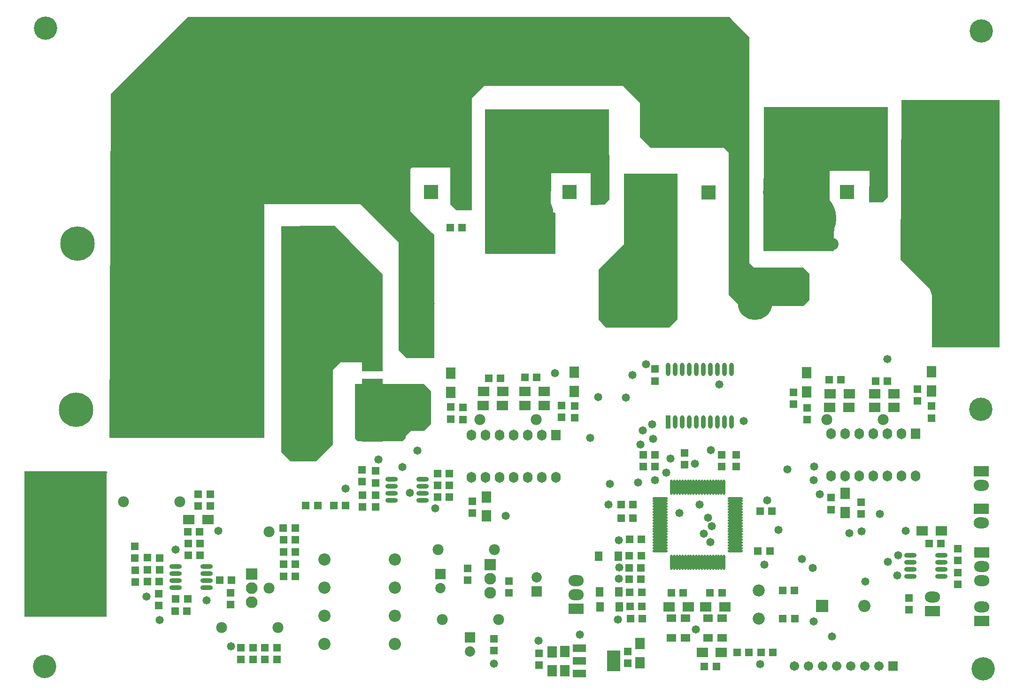
<source format=gts>
%FSLAX25Y25*%
%MOIN*%
G70*
G01*
G75*
G04 Layer_Color=8388736*
%ADD10R,0.05000X0.05000*%
%ADD11R,0.07520X0.05903*%
%ADD12O,0.08000X0.02400*%
%ADD13R,0.05000X0.05000*%
%ADD14O,0.10039X0.01000*%
%ADD15O,0.01000X0.10039*%
%ADD16R,0.05000X0.06000*%
%ADD17R,0.08800X0.14200*%
%ADD18R,0.08800X0.04800*%
%ADD19R,0.05903X0.07520*%
%ADD20R,0.06000X0.05000*%
%ADD21R,0.02400X0.08600*%
%ADD22O,0.02400X0.08600*%
%ADD23C,0.05000*%
%ADD24C,0.01000*%
%ADD25C,0.01500*%
%ADD26C,0.02000*%
%ADD27C,0.03000*%
%ADD28C,0.07874*%
%ADD29R,0.23622X0.23622*%
%ADD30C,0.23622*%
%ADD31C,0.39370*%
%ADD32O,0.10000X0.07000*%
%ADD33R,0.10000X0.07000*%
%ADD34C,0.07000*%
%ADD35R,0.06500X0.06500*%
%ADD36C,0.06500*%
%ADD37C,0.07500*%
%ADD38R,0.07500X0.07500*%
%ADD39C,0.15748*%
%ADD40C,0.05906*%
%ADD41R,0.05906X0.05906*%
%ADD42C,0.07873*%
%ADD43R,0.07873X0.07873*%
%ADD44R,0.13780X0.13780*%
%ADD45O,0.06000X0.07000*%
%ADD46R,0.06000X0.07000*%
%ADD47C,0.09200*%
%ADD48R,0.09200X0.09200*%
%ADD49C,0.05000*%
%ADD50C,0.02362*%
%ADD51C,0.00984*%
%ADD52C,0.00800*%
%ADD53C,0.00600*%
%ADD54C,0.00787*%
%ADD55C,0.00500*%
%ADD56R,0.05700X0.04000*%
%ADD57R,0.02100X0.01300*%
%ADD58R,0.01000X0.01000*%
%ADD59R,0.03900X0.01800*%
%ADD60R,0.03600X0.01600*%
%ADD61R,0.02700X0.01200*%
%ADD62R,0.02100X0.01100*%
%ADD63R,0.06100X0.03400*%
%ADD64R,0.01100X0.01500*%
%ADD65R,0.01100X0.00800*%
%ADD66R,0.04900X0.02100*%
%ADD67R,0.03600X0.01700*%
%ADD68R,0.01900X0.01300*%
%ADD69R,0.01800X0.01900*%
%ADD70R,0.01600X0.01300*%
%ADD71R,0.05800X0.05800*%
%ADD72R,0.08320X0.06703*%
%ADD73O,0.08800X0.03200*%
%ADD74R,0.05800X0.05800*%
%ADD75O,0.10839X0.01800*%
%ADD76O,0.01800X0.10839*%
%ADD77R,0.05800X0.06800*%
%ADD78R,0.09600X0.15000*%
%ADD79R,0.09600X0.05600*%
%ADD80R,0.06703X0.08320*%
%ADD81R,0.06800X0.05800*%
%ADD82R,0.03200X0.09400*%
%ADD83O,0.03200X0.09400*%
%ADD84C,0.08674*%
%ADD85R,0.24422X0.24422*%
%ADD86C,0.24422*%
%ADD87C,0.40170*%
%ADD88O,0.10800X0.07800*%
%ADD89R,0.10800X0.07800*%
%ADD90C,0.08600*%
%ADD91C,0.07800*%
%ADD92R,0.07300X0.07300*%
%ADD93C,0.07300*%
%ADD94C,0.08300*%
%ADD95R,0.08300X0.08300*%
%ADD96C,0.16548*%
%ADD97C,0.06706*%
%ADD98R,0.06706X0.06706*%
%ADD99C,0.08673*%
%ADD100R,0.08673X0.08673*%
%ADD101R,0.14579X0.14579*%
%ADD102O,0.06800X0.07800*%
%ADD103R,0.06800X0.07800*%
%ADD104C,0.10000*%
%ADD105R,0.10000X0.10000*%
%ADD106C,0.05800*%
G36*
X5208500Y2494900D02*
Y2493700D01*
Y2471700D01*
X5208400Y2471600D01*
X5203400Y2466600D01*
X5194100D01*
X5193800Y2466300D01*
X5190400Y2462900D01*
Y2461500D01*
X5188600Y2459700D01*
X5188200Y2459300D01*
X5156300D01*
X5154600Y2461000D01*
X5154400Y2461200D01*
Y2499900D01*
X5203500D01*
X5208500Y2494900D01*
D02*
G37*
G36*
X5612050Y2701400D02*
X5611950Y2525900D01*
X5564050D01*
X5563950Y2562400D01*
X5562750Y2567000D01*
X5541750Y2588300D01*
X5542450Y2701600D01*
X5612050Y2701400D01*
D02*
G37*
G36*
X4978800Y2437300D02*
X4978200Y2436700D01*
Y2379100D01*
Y2334800D01*
X4978000Y2334600D01*
X4977800Y2334400D01*
X4919700D01*
Y2438000D01*
X4978100D01*
X4978800Y2437300D01*
D02*
G37*
G36*
X5150700Y2601300D02*
X5174100Y2577900D01*
Y2573100D01*
Y2518500D01*
X5173100Y2517500D01*
X5170900Y2515300D01*
X5144300D01*
X5143200Y2514200D01*
X5138800Y2509800D01*
Y2462700D01*
Y2457000D01*
X5127100Y2445300D01*
X5126800Y2445000D01*
X5108500D01*
X5102000Y2451500D01*
Y2611500D01*
X5101960Y2611540D01*
X5102150Y2612002D01*
X5128700Y2612100D01*
X5139900D01*
X5150700Y2601300D01*
D02*
G37*
G36*
X5334970Y2630772D02*
X5331655Y2627054D01*
X5321956Y2627002D01*
X5321603Y2627356D01*
X5321800Y2649400D01*
X5293700Y2649500D01*
X5293500Y2624300D01*
X5293470Y2621472D01*
X5296515D01*
X5296867Y2621117D01*
X5296670Y2592272D01*
X5247039Y2592350D01*
X5246686Y2592704D01*
X5246870Y2694772D01*
X5334770D01*
X5334970Y2630772D01*
D02*
G37*
G36*
X5532800Y2632600D02*
X5529485Y2628882D01*
X5519786Y2628830D01*
X5519433Y2629184D01*
X5519630Y2651228D01*
X5491530Y2651328D01*
X5491330Y2626128D01*
X5491300Y2623300D01*
X5494345D01*
X5494698Y2622945D01*
X5494500Y2594100D01*
X5444869Y2594178D01*
X5444516Y2594532D01*
X5444700Y2696600D01*
X5532600D01*
X5532800Y2632600D01*
D02*
G37*
G36*
X5383500Y2649200D02*
X5383500D01*
Y2545800D01*
X5382500Y2544800D01*
X5377700Y2540000D01*
X5332700D01*
X5329800Y2542900D01*
X5327300Y2545400D01*
Y2565900D01*
Y2581300D01*
X5335700Y2589700D01*
X5345300Y2599300D01*
Y2649300D01*
X5383500D01*
Y2649200D01*
D02*
G37*
G36*
X5422100Y2758600D02*
X5434400Y2746300D01*
Y2603000D01*
Y2585900D01*
X5437700Y2582600D01*
X5472700D01*
X5475400Y2579900D01*
X5477200Y2578100D01*
Y2567200D01*
Y2559700D01*
X5473900Y2556400D01*
X5472700Y2555200D01*
X5427800D01*
X5424200Y2558800D01*
X5419700Y2563300D01*
Y2630400D01*
Y2664100D01*
X5419400Y2664400D01*
X5416100Y2667700D01*
X5364300D01*
X5362800Y2669200D01*
X5356800Y2675200D01*
Y2678000D01*
Y2699300D01*
X5355000Y2701100D01*
X5344400Y2711700D01*
X5246200D01*
X5238300Y2703800D01*
X5237400Y2702900D01*
Y2623200D01*
X5226300D01*
X5226000Y2623500D01*
X5222000Y2627500D01*
Y2627700D01*
Y2653000D01*
X5222138Y2653138D01*
X5222138D01*
Y2653138D01*
D01*
X5222138D01*
Y2653138D01*
X5222300Y2653300D01*
X5222000Y2653600D01*
X5221947D01*
Y2653600D01*
Y2653600D01*
X5194700D01*
X5194400Y2653300D01*
X5193800Y2652700D01*
Y2635500D01*
Y2622600D01*
X5209100Y2607300D01*
X5210600Y2605800D01*
Y2518200D01*
X5191000D01*
X5186800Y2522400D01*
X5185300Y2523900D01*
Y2546500D01*
Y2600600D01*
X5158200Y2627700D01*
X5090300D01*
X5089700Y2627100D01*
X5090000Y2626800D01*
Y2510100D01*
Y2461500D01*
X4980454D01*
X4980101Y2461854D01*
X4981000Y2705700D01*
X5035700Y2760400D01*
X5420300D01*
X5422100Y2758600D01*
D02*
G37*
D71*
X5499500Y2503000D02*
D03*
X5491100D02*
D03*
X5562100Y2386600D02*
D03*
X5570500D02*
D03*
X5448900Y2381200D02*
D03*
X5440500D02*
D03*
X5450300Y2409400D02*
D03*
X5441900D02*
D03*
X5343400Y2404500D02*
D03*
X5351800D02*
D03*
X5442700Y2309100D02*
D03*
X5451100D02*
D03*
X5410900Y2299200D02*
D03*
X5402500D02*
D03*
X5357600Y2377900D02*
D03*
X5349200D02*
D03*
X5349000Y2369200D02*
D03*
X5357400D02*
D03*
X5387400Y2351600D02*
D03*
X5379000D02*
D03*
X5358200Y2341900D02*
D03*
X5349800D02*
D03*
X5350100Y2333300D02*
D03*
X5358500D02*
D03*
X5283400Y2504500D02*
D03*
X5275000D02*
D03*
X5257800Y2504000D02*
D03*
X5249400D02*
D03*
X5221300Y2419500D02*
D03*
X5212900D02*
D03*
Y2427900D02*
D03*
X5221300D02*
D03*
Y2436200D02*
D03*
X5212900D02*
D03*
X5147700Y2413700D02*
D03*
X5139300D02*
D03*
X5127900Y2413600D02*
D03*
X5119500D02*
D03*
X5103500Y2397700D02*
D03*
X5111900D02*
D03*
X5112000Y2389100D02*
D03*
X5103600D02*
D03*
X5112000Y2380700D02*
D03*
X5103600D02*
D03*
X5112000Y2371900D02*
D03*
X5103600D02*
D03*
X5112100Y2363100D02*
D03*
X5103700D02*
D03*
X5035700Y2395000D02*
D03*
X5044100D02*
D03*
X5044300Y2386600D02*
D03*
X5035900D02*
D03*
X5044300Y2378200D02*
D03*
X5035900D02*
D03*
X5066700Y2360500D02*
D03*
X5058300D02*
D03*
X5027200Y2347300D02*
D03*
X5035600D02*
D03*
X5006900Y2359500D02*
D03*
X5015300D02*
D03*
X5026800Y2338500D02*
D03*
X5035200D02*
D03*
X5357900Y2352000D02*
D03*
X5349500D02*
D03*
X5349100Y2361200D02*
D03*
X5357500D02*
D03*
X5425700Y2309200D02*
D03*
X5434100D02*
D03*
X5343300Y2414200D02*
D03*
X5351700D02*
D03*
X5349400Y2389500D02*
D03*
X5357800D02*
D03*
X5414900Y2351700D02*
D03*
X5406500D02*
D03*
X5466400Y2353300D02*
D03*
X5458000D02*
D03*
X5466600Y2333100D02*
D03*
X5458200D02*
D03*
X5532400Y2502000D02*
D03*
X5524000D02*
D03*
X5222100Y2610900D02*
D03*
X5230500D02*
D03*
D72*
X5570600Y2395500D02*
D03*
X5557000D02*
D03*
X5414500Y2309200D02*
D03*
X5400900D02*
D03*
X5245700Y2494500D02*
D03*
X5259300D02*
D03*
X5036400Y2403600D02*
D03*
X5050000D02*
D03*
X5416900Y2341700D02*
D03*
X5403300D02*
D03*
X5391000Y2341600D02*
D03*
X5377400D02*
D03*
X5491400Y2483200D02*
D03*
X5505000D02*
D03*
X5245400Y2484500D02*
D03*
X5259000D02*
D03*
X5523400Y2483200D02*
D03*
X5537000D02*
D03*
X5523500Y2493000D02*
D03*
X5537100D02*
D03*
X5275000Y2494500D02*
D03*
X5288600D02*
D03*
X5275000Y2484500D02*
D03*
X5288600D02*
D03*
X5491700Y2492800D02*
D03*
X5505300D02*
D03*
D73*
X5570700Y2378300D02*
D03*
Y2373300D02*
D03*
Y2368300D02*
D03*
X5548700Y2363300D02*
D03*
Y2368300D02*
D03*
Y2373300D02*
D03*
Y2378300D02*
D03*
X5570700Y2363300D02*
D03*
X5202400Y2417300D02*
D03*
Y2422300D02*
D03*
Y2427300D02*
D03*
X5180400Y2432300D02*
D03*
Y2427300D02*
D03*
Y2422300D02*
D03*
Y2417300D02*
D03*
X5202400Y2432300D02*
D03*
X5049214Y2370281D02*
D03*
Y2365281D02*
D03*
Y2360281D02*
D03*
X5027214Y2355281D02*
D03*
Y2360281D02*
D03*
Y2365281D02*
D03*
Y2370281D02*
D03*
X5049214Y2355281D02*
D03*
D74*
X5582300Y2357500D02*
D03*
Y2365900D02*
D03*
X5547800Y2348000D02*
D03*
Y2339600D02*
D03*
X5388300Y2442400D02*
D03*
Y2450800D02*
D03*
X5359100Y2441300D02*
D03*
Y2449700D02*
D03*
X5367400Y2441300D02*
D03*
Y2449700D02*
D03*
X5348000Y2309900D02*
D03*
Y2301500D02*
D03*
X5285100Y2308500D02*
D03*
Y2300100D02*
D03*
X5253000Y2319000D02*
D03*
Y2310600D02*
D03*
X5234500Y2368900D02*
D03*
Y2360500D02*
D03*
X5263600Y2351400D02*
D03*
Y2359800D02*
D03*
X5168900Y2438100D02*
D03*
Y2429700D02*
D03*
X5159500Y2430400D02*
D03*
Y2438800D02*
D03*
X5159700Y2420900D02*
D03*
Y2412500D02*
D03*
X5168900Y2420800D02*
D03*
Y2412400D02*
D03*
X5066000Y2351700D02*
D03*
Y2343300D02*
D03*
X5099000Y2312600D02*
D03*
Y2304200D02*
D03*
X5090500Y2312500D02*
D03*
Y2304100D02*
D03*
X5082000Y2312600D02*
D03*
Y2304200D02*
D03*
X5073500Y2312500D02*
D03*
Y2304100D02*
D03*
X5015200Y2350800D02*
D03*
Y2342400D02*
D03*
X5015700Y2376200D02*
D03*
Y2367800D02*
D03*
X5007200Y2368000D02*
D03*
Y2376400D02*
D03*
X4998300Y2359200D02*
D03*
Y2367600D02*
D03*
X4998100Y2376300D02*
D03*
Y2384700D02*
D03*
X5051800Y2421700D02*
D03*
Y2413300D02*
D03*
X5043200Y2421600D02*
D03*
Y2413200D02*
D03*
X5582300Y2374500D02*
D03*
Y2382900D02*
D03*
X5414600Y2449500D02*
D03*
Y2441100D02*
D03*
X5424900Y2441200D02*
D03*
Y2449600D02*
D03*
X5513700Y2407400D02*
D03*
Y2415800D02*
D03*
X5367300Y2502000D02*
D03*
Y2510400D02*
D03*
X5492400Y2410700D02*
D03*
Y2419100D02*
D03*
X5237800Y2408100D02*
D03*
Y2416500D02*
D03*
X5553800Y2496200D02*
D03*
Y2487800D02*
D03*
X5465600Y2494000D02*
D03*
Y2485600D02*
D03*
X5230900Y2474700D02*
D03*
Y2483100D02*
D03*
X5300900Y2476100D02*
D03*
Y2484500D02*
D03*
X5310400Y2475800D02*
D03*
Y2484200D02*
D03*
X5222300Y2475000D02*
D03*
Y2483400D02*
D03*
X5475500Y2482900D02*
D03*
Y2474500D02*
D03*
X5563800Y2484100D02*
D03*
Y2475700D02*
D03*
D75*
X5371106Y2381272D02*
D03*
Y2383241D02*
D03*
Y2385209D02*
D03*
Y2387178D02*
D03*
Y2389146D02*
D03*
Y2391115D02*
D03*
Y2393083D02*
D03*
Y2395052D02*
D03*
Y2397020D02*
D03*
Y2398989D02*
D03*
Y2400957D02*
D03*
Y2402926D02*
D03*
Y2404894D02*
D03*
Y2406863D02*
D03*
Y2408831D02*
D03*
Y2410800D02*
D03*
Y2412768D02*
D03*
Y2414737D02*
D03*
Y2416705D02*
D03*
Y2418674D02*
D03*
X5424452D02*
D03*
Y2416705D02*
D03*
Y2414737D02*
D03*
Y2412768D02*
D03*
Y2410800D02*
D03*
Y2408831D02*
D03*
Y2406863D02*
D03*
Y2404894D02*
D03*
Y2402926D02*
D03*
Y2400957D02*
D03*
Y2398989D02*
D03*
Y2397020D02*
D03*
Y2395052D02*
D03*
Y2393083D02*
D03*
Y2391115D02*
D03*
Y2389146D02*
D03*
Y2387178D02*
D03*
Y2385209D02*
D03*
Y2383241D02*
D03*
Y2381272D02*
D03*
D76*
X5379078Y2426646D02*
D03*
X5381047D02*
D03*
X5383015D02*
D03*
X5384983D02*
D03*
X5386952D02*
D03*
X5388921D02*
D03*
X5390889D02*
D03*
X5392858D02*
D03*
X5394826D02*
D03*
X5396795D02*
D03*
X5398763D02*
D03*
X5400732D02*
D03*
X5402700D02*
D03*
X5404668D02*
D03*
X5406637D02*
D03*
X5408606D02*
D03*
X5410574D02*
D03*
X5412543D02*
D03*
X5414511D02*
D03*
X5416479D02*
D03*
Y2373300D02*
D03*
X5414511D02*
D03*
X5412543D02*
D03*
X5410574D02*
D03*
X5408606D02*
D03*
X5406637D02*
D03*
X5404668D02*
D03*
X5402700D02*
D03*
X5400732D02*
D03*
X5398763D02*
D03*
X5396795D02*
D03*
X5394826D02*
D03*
X5392858D02*
D03*
X5390889D02*
D03*
X5388921D02*
D03*
X5386952D02*
D03*
X5384983D02*
D03*
X5383015D02*
D03*
X5381047D02*
D03*
X5379078D02*
D03*
D77*
X5328100Y2352100D02*
D03*
X5341880D02*
D03*
X5328320Y2341700D02*
D03*
X5342100D02*
D03*
X5327520Y2377700D02*
D03*
X5341300D02*
D03*
D78*
X5338200Y2303100D02*
D03*
D79*
X5313800Y2294100D02*
D03*
Y2303100D02*
D03*
Y2312100D02*
D03*
D80*
X5303300Y2309900D02*
D03*
Y2296300D02*
D03*
X5294300Y2309700D02*
D03*
Y2296100D02*
D03*
X5356700Y2315500D02*
D03*
Y2301900D02*
D03*
X5563800Y2494900D02*
D03*
Y2508500D02*
D03*
X5474900Y2494200D02*
D03*
Y2507800D02*
D03*
X5222300Y2493800D02*
D03*
Y2507400D02*
D03*
X5310100Y2494600D02*
D03*
Y2508200D02*
D03*
X5502400Y2422300D02*
D03*
Y2408700D02*
D03*
X5247800Y2419700D02*
D03*
Y2406100D02*
D03*
D81*
X5379000Y2333380D02*
D03*
Y2319600D02*
D03*
X5404900Y2333479D02*
D03*
Y2319700D02*
D03*
X5414900Y2333479D02*
D03*
Y2319700D02*
D03*
X5389000Y2333380D02*
D03*
Y2319600D02*
D03*
D82*
X5376700Y2472800D02*
D03*
D83*
X5381700D02*
D03*
X5386700D02*
D03*
X5391700D02*
D03*
X5396700D02*
D03*
X5401700D02*
D03*
X5406700D02*
D03*
X5411700D02*
D03*
X5416700D02*
D03*
X5421700D02*
D03*
Y2510300D02*
D03*
X5416700D02*
D03*
X5411700D02*
D03*
X5406700D02*
D03*
X5401700D02*
D03*
X5396700D02*
D03*
X5391700D02*
D03*
X5386700D02*
D03*
X5381700D02*
D03*
X5376700D02*
D03*
D84*
X5166000Y2564200D02*
D03*
X5153000Y2570200D02*
D03*
X5116000Y2577200D02*
D03*
X5136500Y2568200D02*
D03*
X5150500Y2551200D02*
D03*
X5168000Y2531700D02*
D03*
X5150500Y2526700D02*
D03*
X5137500Y2538700D02*
D03*
X5125500Y2550700D02*
D03*
X5114500Y2563200D02*
D03*
X5113500Y2543700D02*
D03*
X5131000Y2523200D02*
D03*
X5113500D02*
D03*
X5132000Y2494200D02*
D03*
X5129000Y2507200D02*
D03*
X5112500Y2506200D02*
D03*
X5128500Y2464200D02*
D03*
X5114500Y2461100D02*
D03*
X5360300Y2545800D02*
D03*
X5368500Y2555000D02*
D03*
X5372200Y2571000D02*
D03*
X5355700Y2573300D02*
D03*
X5338300D02*
D03*
X5343800Y2586500D02*
D03*
X5355300Y2590700D02*
D03*
X5371300Y2586500D02*
D03*
X5367200Y2604800D02*
D03*
X5353000Y2610800D02*
D03*
X5361200Y2619500D02*
D03*
X5374900D02*
D03*
X5376300Y2637300D02*
D03*
X5363900Y2636400D02*
D03*
X5011900Y2528900D02*
D03*
X5010900Y2546100D02*
D03*
X5014400Y2563700D02*
D03*
X5034400Y2565600D02*
D03*
X5054500Y2566100D02*
D03*
X5065200Y2552400D02*
D03*
Y2538200D02*
D03*
Y2523100D02*
D03*
X5058900Y2512800D02*
D03*
X5039800Y2511800D02*
D03*
X5022200D02*
D03*
X5007500Y2512300D02*
D03*
X5190300Y2483200D02*
D03*
X5180800Y2464100D02*
D03*
X5187000Y2472600D02*
D03*
X5199300Y2479300D02*
D03*
X5195400Y2491100D02*
D03*
X5182500Y2490000D02*
D03*
X5174000Y2481600D02*
D03*
X5160000D02*
D03*
X4971500Y2370700D02*
D03*
X4967600Y2394400D02*
D03*
X4924300Y2386500D02*
D03*
X4930500Y2430900D02*
D03*
X4954100D02*
D03*
X4971000Y2419700D02*
D03*
X4962000Y2382600D02*
D03*
X4938900Y2377500D02*
D03*
X4929900Y2365100D02*
D03*
X4947900Y2361200D02*
D03*
X4963700Y2358900D02*
D03*
X4963100Y2344300D02*
D03*
X4949000Y2346000D02*
D03*
X4929900Y2345400D02*
D03*
X5292100Y2598000D02*
D03*
X5255600Y2597400D02*
D03*
X5281500Y2646400D02*
D03*
X5259500Y2650900D02*
D03*
X5271300Y2659300D02*
D03*
X5297200Y2662100D02*
D03*
X5322000Y2663200D02*
D03*
X5308500Y2679500D02*
D03*
X5286500D02*
D03*
X5262300D02*
D03*
X5525600Y2671700D02*
D03*
X5492900Y2659300D02*
D03*
X5516600Y2657600D02*
D03*
X5501400Y2669400D02*
D03*
X5513200Y2684000D02*
D03*
X5482800Y2680700D02*
D03*
X5484500Y2643500D02*
D03*
X5493500Y2599100D02*
D03*
X5454100Y2601400D02*
D03*
X5471600Y2666000D02*
D03*
X5455300Y2684000D02*
D03*
X5454700Y2660400D02*
D03*
X5462000Y2646400D02*
D03*
X5575800Y2629200D02*
D03*
X5587500Y2619000D02*
D03*
X5573700Y2603100D02*
D03*
X5563000Y2620000D02*
D03*
X5554300Y2598500D02*
D03*
X5565600Y2583200D02*
D03*
X5580400Y2578600D02*
D03*
X5603400Y2542300D02*
D03*
X5603900Y2563800D02*
D03*
X5602400Y2583700D02*
D03*
X5599300Y2604700D02*
D03*
Y2623100D02*
D03*
Y2643500D02*
D03*
X5584500D02*
D03*
X5562000Y2643000D02*
D03*
X5411200Y2697400D02*
D03*
X5398300Y2707100D02*
D03*
X5397900Y2725800D02*
D03*
X5365800Y2726600D02*
D03*
X5287800Y2727100D02*
D03*
X5322400Y2724500D02*
D03*
X5346900Y2723100D02*
D03*
X5367700Y2710700D02*
D03*
X5387500Y2695900D02*
D03*
X5402000Y2686900D02*
D03*
X5411600Y2676100D02*
D03*
X5426300Y2653500D02*
D03*
X5426700Y2673000D02*
D03*
X5425400Y2694300D02*
D03*
X5422100Y2709600D02*
D03*
X5411000Y2718100D02*
D03*
X5382400Y2721900D02*
D03*
X5379200Y2743100D02*
D03*
X5362400Y2743500D02*
D03*
X5343700Y2743100D02*
D03*
X5322000Y2744000D02*
D03*
X5300200Y2743700D02*
D03*
X5280900Y2743300D02*
D03*
X5266700Y2727700D02*
D03*
X5265900Y2744100D02*
D03*
X5251700Y2732800D02*
D03*
X5249900Y2745200D02*
D03*
X5237200Y2727700D02*
D03*
X5234600Y2747300D02*
D03*
X5217800Y2719300D02*
D03*
X5217100Y2735000D02*
D03*
X5218200Y2747700D02*
D03*
X5197100Y2748400D02*
D03*
X5205100Y2696000D02*
D03*
X5197100Y2711300D02*
D03*
X5196000Y2733500D02*
D03*
X5177400Y2739300D02*
D03*
X5173800Y2720000D02*
D03*
X5174500Y2701400D02*
D03*
X5170100Y2684000D02*
D03*
X5184700Y2680300D02*
D03*
X5200400Y2680000D02*
D03*
X5215700D02*
D03*
X5228800Y2676000D02*
D03*
Y2653400D02*
D03*
X5225500Y2664700D02*
D03*
X5211300D02*
D03*
X5192000Y2664300D02*
D03*
X5174100Y2662100D02*
D03*
X5157000Y2658100D02*
D03*
X5154100Y2674100D02*
D03*
X5155200Y2691600D02*
D03*
Y2710600D02*
D03*
X5156700Y2730200D02*
D03*
X5160700Y2745500D02*
D03*
X5143900Y2744400D02*
D03*
X5136300Y2731300D02*
D03*
Y2709800D02*
D03*
X5135500Y2689800D02*
D03*
X5134800Y2671900D02*
D03*
X5135500Y2654500D02*
D03*
X5135200Y2639900D02*
D03*
X5151200Y2638800D02*
D03*
X5168700Y2639500D02*
D03*
X5181100Y2638100D02*
D03*
X5171200Y2624600D02*
D03*
X5184300Y2622800D02*
D03*
X5192900Y2613700D02*
D03*
X5198700Y2601700D02*
D03*
X5188900Y2604600D02*
D03*
X5193300Y2589700D02*
D03*
X5204000Y2591100D02*
D03*
X5204400Y2578300D02*
D03*
X5193300D02*
D03*
X5182800Y2375300D02*
D03*
Y2355300D02*
D03*
Y2335300D02*
D03*
Y2315300D02*
D03*
X5132800D02*
D03*
Y2335300D02*
D03*
Y2355300D02*
D03*
Y2375300D02*
D03*
D85*
X5075300Y2483600D02*
D03*
X5076300Y2597600D02*
D03*
X4997300Y2599600D02*
D03*
X4996300Y2481600D02*
D03*
D86*
X5115300Y2483600D02*
D03*
X5438400Y2557600D02*
D03*
X5586038D02*
D03*
X5116300Y2597600D02*
D03*
X4957300Y2599600D02*
D03*
X4956300Y2481600D02*
D03*
X5198762Y2556800D02*
D03*
X5346400D02*
D03*
D87*
X5475900Y2617600D02*
D03*
X5275400Y2619700D02*
D03*
X5038000Y2539300D02*
D03*
X4947100Y2407900D02*
D03*
D88*
X5599100Y2427900D02*
D03*
X5599200Y2401100D02*
D03*
X5599500Y2370200D02*
D03*
Y2360200D02*
D03*
Y2341600D02*
D03*
X5311400Y2350300D02*
D03*
Y2360300D02*
D03*
X5564500Y2348700D02*
D03*
D89*
X5599100Y2437900D02*
D03*
X5599200Y2411100D02*
D03*
X5599500Y2380200D02*
D03*
Y2331600D02*
D03*
X5311400Y2340300D02*
D03*
X5564500Y2338700D02*
D03*
D90*
X5440900Y2353200D02*
D03*
Y2333200D02*
D03*
D91*
X5216500Y2332500D02*
D03*
X5256500D02*
D03*
X5213400Y2382300D02*
D03*
X5253400D02*
D03*
X5030100Y2416200D02*
D03*
X4990100D02*
D03*
X5093300Y2354900D02*
D03*
Y2394900D02*
D03*
X5099800Y2326800D02*
D03*
X5059800D02*
D03*
X5243000Y2474500D02*
D03*
X5283000D02*
D03*
X5489400Y2474700D02*
D03*
X5529400D02*
D03*
D92*
X5236000Y2320000D02*
D03*
X5215000Y2365000D02*
D03*
X5283500Y2352500D02*
D03*
D93*
X5236000Y2310000D02*
D03*
X5215000Y2355000D02*
D03*
X5283500Y2362500D02*
D03*
D94*
X5250400Y2351600D02*
D03*
Y2361600D02*
D03*
X5080900Y2344900D02*
D03*
Y2354900D02*
D03*
D95*
X5250400Y2371600D02*
D03*
X5080900Y2364900D02*
D03*
D96*
X4934800Y2752500D02*
D03*
X5598900Y2750600D02*
D03*
X5600500Y2297600D02*
D03*
X4933900Y2299200D02*
D03*
X5598600Y2481800D02*
D03*
D97*
X5466300Y2299500D02*
D03*
X5476300D02*
D03*
X5486300D02*
D03*
X5496300D02*
D03*
X5506300D02*
D03*
X5516300D02*
D03*
X5526300D02*
D03*
D98*
X5536300D02*
D03*
D99*
X5516200Y2342300D02*
D03*
D100*
X5486200D02*
D03*
D101*
X5166800Y2546100D02*
D03*
Y2516100D02*
D03*
Y2496100D02*
D03*
Y2466100D02*
D03*
D102*
X5552400Y2434700D02*
D03*
X5542400D02*
D03*
X5532400D02*
D03*
X5522400D02*
D03*
X5512400D02*
D03*
X5502400D02*
D03*
X5492400D02*
D03*
Y2464700D02*
D03*
X5502400D02*
D03*
X5512400D02*
D03*
X5522400D02*
D03*
X5532400D02*
D03*
X5542400D02*
D03*
X5297000Y2433500D02*
D03*
X5287000D02*
D03*
X5277000D02*
D03*
X5267000D02*
D03*
X5257000D02*
D03*
X5247000D02*
D03*
X5237000D02*
D03*
Y2463500D02*
D03*
X5247000D02*
D03*
X5257000D02*
D03*
X5267000D02*
D03*
X5277000D02*
D03*
X5287000D02*
D03*
D103*
X5552400Y2464700D02*
D03*
X5297000Y2463500D02*
D03*
D104*
X5449200Y2635900D02*
D03*
X5427300D02*
D03*
X5252100Y2636100D02*
D03*
X5230200D02*
D03*
X5547600D02*
D03*
X5525700D02*
D03*
X5350600D02*
D03*
X5328700D02*
D03*
D105*
X5405400Y2635900D02*
D03*
X5208300Y2636100D02*
D03*
X5503800D02*
D03*
X5306800D02*
D03*
D106*
X5398900Y2414100D02*
D03*
X5539300Y2363900D02*
D03*
X5540200Y2378200D02*
D03*
X5532600Y2373400D02*
D03*
X5406800Y2387600D02*
D03*
X5401900Y2393500D02*
D03*
X5404900Y2404800D02*
D03*
X5480000Y2331300D02*
D03*
X5493000Y2320600D02*
D03*
X5442200Y2300900D02*
D03*
X5480235Y2441300D02*
D03*
X5367300Y2431600D02*
D03*
X5484300Y2421500D02*
D03*
X5479900Y2431600D02*
D03*
X5375500Y2436900D02*
D03*
X5378300Y2447000D02*
D03*
X5365300Y2471100D02*
D03*
X5355400Y2430000D02*
D03*
X5335500Y2428800D02*
D03*
X5057400Y2395700D02*
D03*
X5015700Y2332200D02*
D03*
X5066400Y2313700D02*
D03*
X5253100Y2301100D02*
D03*
X5284800Y2317600D02*
D03*
X5193400Y2422600D02*
D03*
X5188000Y2441000D02*
D03*
X5211500Y2411500D02*
D03*
X5261400Y2406100D02*
D03*
X5351500Y2506300D02*
D03*
X5346800Y2490300D02*
D03*
X5326900Y2490400D02*
D03*
X5321300Y2461600D02*
D03*
X5198600Y2452500D02*
D03*
X5296500Y2507400D02*
D03*
X5147700Y2425400D02*
D03*
X5170900Y2446100D02*
D03*
X5532400Y2517500D02*
D03*
X5430300Y2473500D02*
D03*
X5407100Y2452900D02*
D03*
X5366200Y2461000D02*
D03*
X5358600Y2466800D02*
D03*
X5334400Y2414100D02*
D03*
X5357100Y2457000D02*
D03*
X5340900Y2332500D02*
D03*
X5341800Y2361700D02*
D03*
X5342000Y2369500D02*
D03*
X5341600Y2388800D02*
D03*
X5396400Y2325700D02*
D03*
X5447200Y2417100D02*
D03*
X5455000Y2396200D02*
D03*
X5461300Y2439200D02*
D03*
X5505500Y2393900D02*
D03*
X5516800Y2359600D02*
D03*
X5479500Y2369100D02*
D03*
X5471800Y2375500D02*
D03*
X5445200Y2371400D02*
D03*
X5514000Y2395300D02*
D03*
X5527100Y2407600D02*
D03*
X5545500Y2395500D02*
D03*
X5407700Y2399000D02*
D03*
X5384800Y2408200D02*
D03*
X5395600Y2443300D02*
D03*
X5361000Y2513800D02*
D03*
X5314000Y2322000D02*
D03*
X5049214Y2346100D02*
D03*
X5006400Y2348900D02*
D03*
X5027000Y2382300D02*
D03*
X5412900Y2499700D02*
D03*
M02*

</source>
